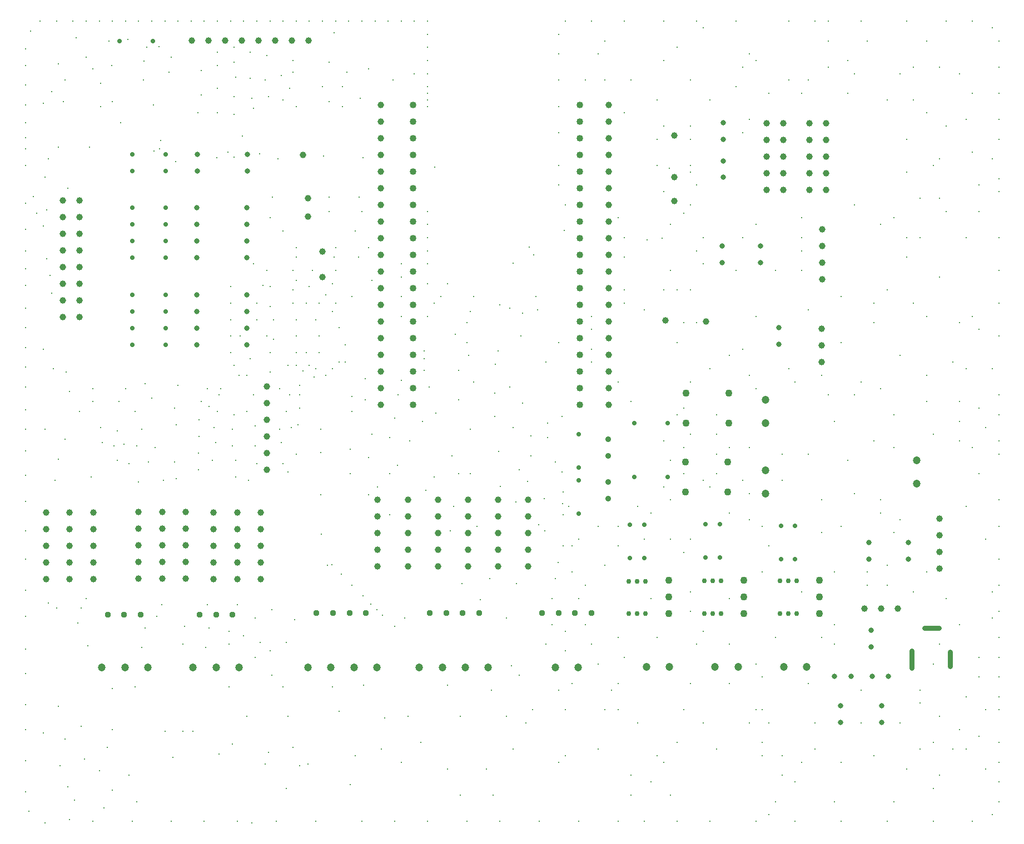
<source format=gbr>
%TF.GenerationSoftware,KiCad,Pcbnew,9.0.4*%
%TF.CreationDate,2025-08-27T10:42:51+02:00*%
%TF.ProjectId,ICU_festiwal,4943555f-6665-4737-9469-77616c2e6b69,V1.0*%
%TF.SameCoordinates,Original*%
%TF.FileFunction,Plated,1,2,PTH,Mixed*%
%TF.FilePolarity,Positive*%
%FSLAX46Y46*%
G04 Gerber Fmt 4.6, Leading zero omitted, Abs format (unit mm)*
G04 Created by KiCad (PCBNEW 9.0.4) date 2025-08-27 10:42:51*
%MOMM*%
%LPD*%
G01*
G04 APERTURE LIST*
%TA.AperFunction,ViaDrill*%
%ADD10C,0.300000*%
%TD*%
%TA.AperFunction,ComponentDrill*%
%ADD11C,0.700000*%
%TD*%
%TA.AperFunction,ComponentDrill*%
%ADD12C,0.750000*%
%TD*%
%TA.AperFunction,ComponentDrill*%
%ADD13C,0.800000*%
%TD*%
G04 aperture for slot hole*
%TA.AperFunction,ComponentDrill*%
%ADD14C,0.800000*%
%TD*%
%TA.AperFunction,ComponentDrill*%
%ADD15C,0.900000*%
%TD*%
%TA.AperFunction,ComponentDrill*%
%ADD16C,0.950000*%
%TD*%
%TA.AperFunction,ComponentDrill*%
%ADD17C,1.000000*%
%TD*%
%TA.AperFunction,ComponentDrill*%
%ADD18C,1.020000*%
%TD*%
%TA.AperFunction,ComponentDrill*%
%ADD19C,1.100000*%
%TD*%
%TA.AperFunction,ComponentDrill*%
%ADD20C,1.200000*%
%TD*%
G04 APERTURE END LIST*
D10*
X45250000Y-41750000D03*
X45250000Y-44250000D03*
X45250000Y-47250000D03*
X45250000Y-50250000D03*
X45250000Y-53000000D03*
X45250000Y-55250000D03*
X45250000Y-57000000D03*
X45250000Y-59500000D03*
X45250000Y-65250000D03*
X45250000Y-69250000D03*
X45250000Y-72500000D03*
X45250000Y-75250000D03*
X45250000Y-77750000D03*
X45250000Y-81250000D03*
X45250000Y-84250000D03*
X45250000Y-87250000D03*
X45250000Y-90250000D03*
X45250000Y-93250000D03*
X45250000Y-96750000D03*
X45250000Y-99750000D03*
X45250000Y-103000000D03*
X45250000Y-106750000D03*
X45250000Y-110750000D03*
X45250000Y-115250000D03*
X45250000Y-119500000D03*
X45250000Y-124250000D03*
X45250000Y-128250000D03*
X45250000Y-133250000D03*
X45250000Y-137000000D03*
X45250000Y-141750000D03*
X45250000Y-145500000D03*
X45250000Y-150250000D03*
X45250000Y-155000000D03*
X45750000Y-158000000D03*
X46000000Y-39000000D03*
X46500000Y-64250000D03*
X47000000Y-66750000D03*
X47500000Y-37500000D03*
X48000000Y-50000000D03*
X48000000Y-68750000D03*
X48000000Y-87500000D03*
X48000000Y-146000000D03*
X48250000Y-61250000D03*
X48250000Y-99750000D03*
X48250000Y-159750000D03*
X48500000Y-66250000D03*
X48500000Y-73750000D03*
X48750000Y-58500000D03*
X48750000Y-126250000D03*
X49000000Y-76250000D03*
X49250000Y-48250000D03*
X49250000Y-79000000D03*
X49500000Y-90500000D03*
X49750000Y-107500000D03*
X50000000Y-37500000D03*
X50000000Y-127000000D03*
X50250000Y-44000000D03*
X50250000Y-56750000D03*
X50250000Y-104250000D03*
X50250000Y-142000000D03*
X50500000Y-151000000D03*
X51000000Y-49750000D03*
X51250000Y-46500000D03*
X51250000Y-101250000D03*
X51250000Y-147000000D03*
X51500000Y-91000000D03*
X51750000Y-63000000D03*
X51750000Y-154250000D03*
X52000000Y-94000000D03*
X52000000Y-159250000D03*
X52500000Y-37500000D03*
X52750000Y-156250000D03*
X53000000Y-40000000D03*
X53250000Y-129250000D03*
X53500000Y-97000000D03*
X53750000Y-127000000D03*
X53750000Y-145000000D03*
X54250000Y-150000000D03*
X54500000Y-37500000D03*
X54500000Y-43000000D03*
X54500000Y-125500000D03*
X54750000Y-132750000D03*
X55000000Y-56750000D03*
X55250000Y-107000000D03*
X55500000Y-44750000D03*
X55500000Y-93500000D03*
X55500000Y-95500000D03*
X55500000Y-159500000D03*
X56500000Y-37500000D03*
X56500000Y-151750000D03*
X56750000Y-47000000D03*
X56750000Y-50500000D03*
X56750000Y-99500000D03*
X57000000Y-101750000D03*
X57250000Y-157500000D03*
X57750000Y-148250000D03*
X58000000Y-40500000D03*
X58400000Y-44250000D03*
X58500000Y-37500000D03*
X58500000Y-49750000D03*
X58500000Y-139250000D03*
X58500000Y-145500000D03*
X58500000Y-154750000D03*
X58750000Y-102250000D03*
X59250000Y-100000000D03*
X59250000Y-104500000D03*
X59500000Y-95500000D03*
X59750000Y-53000000D03*
X60250000Y-102000000D03*
X60500000Y-37500000D03*
X60500000Y-93500000D03*
X60887818Y-40272182D03*
X61000000Y-105000000D03*
X61000000Y-152500000D03*
X61500000Y-159500000D03*
X62000000Y-97000000D03*
X62000000Y-139000000D03*
X62250000Y-102250000D03*
X62250000Y-156500000D03*
X62500000Y-37500000D03*
X62500000Y-107750000D03*
X63000000Y-99750000D03*
X63000000Y-133000000D03*
X63254185Y-46464055D03*
X63309937Y-43598162D03*
X63500000Y-92750000D03*
X63500000Y-130000000D03*
X63750000Y-41500000D03*
X64000000Y-104750000D03*
X64500000Y-37500000D03*
X64500000Y-95000000D03*
X64750000Y-50250000D03*
X64839101Y-57264523D03*
X65000000Y-102500000D03*
X65250000Y-128250000D03*
X65614575Y-41425000D03*
X65674440Y-56929540D03*
X65825000Y-55725000D03*
X66000000Y-126500000D03*
X66250000Y-107500000D03*
X66500000Y-37500000D03*
X66500000Y-145750000D03*
X67100000Y-45300000D03*
X67500000Y-43000000D03*
X67500000Y-159500000D03*
X67750000Y-149750000D03*
X68000000Y-96500000D03*
X68000000Y-104750000D03*
X68100000Y-58951000D03*
X68250000Y-99000000D03*
X68250000Y-107250000D03*
X68500000Y-37500000D03*
X68500000Y-93000000D03*
X69250000Y-132500000D03*
X69250000Y-145750000D03*
X69500000Y-129750000D03*
X70500000Y-37500000D03*
X70750000Y-145750000D03*
X71500000Y-51500000D03*
X71586088Y-105875998D03*
X71645666Y-103339225D03*
X71708380Y-100814994D03*
X71711516Y-98253642D03*
X72000000Y-45000000D03*
X72000000Y-48750000D03*
X72000000Y-95500000D03*
X72500000Y-37500000D03*
X72500000Y-159500000D03*
X72750000Y-133000000D03*
X73000000Y-93500000D03*
X73000000Y-126500000D03*
X73250000Y-96250000D03*
X73250000Y-130000000D03*
X73750000Y-104500000D03*
X74000000Y-99500000D03*
X74250000Y-101750000D03*
X74424674Y-58327434D03*
X74500000Y-37500000D03*
X74500000Y-42250000D03*
X74500000Y-44250000D03*
X74500000Y-47750000D03*
X74500000Y-51500000D03*
X74500000Y-97000000D03*
X74750000Y-94500000D03*
X74750000Y-149250000D03*
X75000000Y-93500000D03*
X76128893Y-57441270D03*
X76250000Y-130500000D03*
X76250000Y-132500000D03*
X76250000Y-139000000D03*
X76500000Y-37500000D03*
X76500000Y-78000000D03*
X76500000Y-80500000D03*
X76500000Y-83000000D03*
X76500000Y-85500000D03*
X76500000Y-88000000D03*
X76750000Y-99750000D03*
X76750000Y-102250000D03*
X76750000Y-147750000D03*
X77000000Y-41500000D03*
X77000000Y-43750000D03*
X77000000Y-49000000D03*
X77000000Y-51725000D03*
X77000000Y-58250000D03*
X77000000Y-90000000D03*
X77000000Y-97500000D03*
X77250000Y-46000000D03*
X77250000Y-104500000D03*
X77250000Y-107000000D03*
X77500000Y-126500000D03*
X77500000Y-159500000D03*
X77750000Y-91500000D03*
X78000000Y-85500000D03*
X78275000Y-55000000D03*
X78500000Y-37500000D03*
X78500000Y-131250000D03*
X79000000Y-91500000D03*
X79000000Y-97000000D03*
X79000000Y-143500000D03*
X79250000Y-107500000D03*
X79500000Y-42250000D03*
X79500000Y-46250000D03*
X79500000Y-89000000D03*
X79750000Y-49250000D03*
X79750000Y-159750000D03*
X80000000Y-50750000D03*
X80000000Y-74500000D03*
X80000000Y-94500000D03*
X80250000Y-99250000D03*
X80250000Y-102250000D03*
X80250000Y-128500000D03*
X80250000Y-134500000D03*
X80500000Y-37500000D03*
X80500000Y-80500000D03*
X80500000Y-83000000D03*
X80500000Y-105000000D03*
X80900000Y-57700000D03*
X81000000Y-132250000D03*
X81450000Y-77750000D03*
X81750000Y-46500000D03*
X81750000Y-150750000D03*
X82000000Y-42750000D03*
X82000000Y-75500000D03*
X82000000Y-85500000D03*
X82250000Y-49000000D03*
X82250000Y-149000000D03*
X82500000Y-37500000D03*
X82500000Y-67500000D03*
X82500000Y-78000000D03*
X82500000Y-81000000D03*
X82500000Y-88000000D03*
X82500000Y-91000000D03*
X82500000Y-133500000D03*
X82750000Y-127250000D03*
X82750000Y-137250000D03*
X82900000Y-64300000D03*
X83000000Y-83000000D03*
X83000000Y-86000000D03*
X83500000Y-159500000D03*
X83700000Y-58500000D03*
X84000000Y-93500000D03*
X84000000Y-99750000D03*
X84250000Y-45750000D03*
X84250000Y-101750000D03*
X84500000Y-37500000D03*
X84500000Y-49500000D03*
X84500000Y-69500000D03*
X84500000Y-105000000D03*
X84500000Y-139000000D03*
X85000000Y-97000000D03*
X85000000Y-132250000D03*
X85000000Y-154500000D03*
X85249998Y-90000000D03*
X85250000Y-106250000D03*
X85250000Y-143500000D03*
X85500000Y-47750000D03*
X85500000Y-94500000D03*
X85750000Y-99500000D03*
X86000000Y-43500000D03*
X86000000Y-45250000D03*
X86000000Y-75500000D03*
X86000000Y-78500000D03*
X86000000Y-80500000D03*
X86000000Y-148250000D03*
X86250000Y-128750000D03*
X86500000Y-37500000D03*
X86500000Y-50500000D03*
X86500000Y-72000000D03*
X86500000Y-73500000D03*
X86500000Y-77000000D03*
X86500000Y-83000000D03*
X86500000Y-85500000D03*
X86500000Y-88000000D03*
X86500000Y-90000000D03*
X86500000Y-103500000D03*
X86750000Y-99000000D03*
X87000000Y-93000000D03*
X87000000Y-94500000D03*
X87000000Y-96500000D03*
X87000000Y-151000000D03*
X87500000Y-90855001D03*
X88000000Y-80500000D03*
X88000000Y-88000000D03*
X88250000Y-150750000D03*
X88500000Y-37500000D03*
X88500000Y-78000000D03*
X88500000Y-90000000D03*
X89000000Y-75500000D03*
X89250000Y-91750000D03*
X89500000Y-83000000D03*
X89500000Y-90500000D03*
X89500000Y-159500000D03*
X90000000Y-80500000D03*
X90000000Y-85500000D03*
X90000000Y-88000000D03*
X90250000Y-99750000D03*
X90250000Y-103250000D03*
X90250000Y-109750000D03*
X90313226Y-115701402D03*
X90500000Y-37500000D03*
X90500000Y-47500000D03*
X90700000Y-58100000D03*
X91000000Y-79250000D03*
X91000000Y-91500000D03*
X91250000Y-120500000D03*
X91500000Y-43750000D03*
X91500000Y-49750000D03*
X91500000Y-64300000D03*
X91500000Y-66500000D03*
X91894669Y-120355331D03*
X92000000Y-77500000D03*
X92000000Y-81737500D03*
X92000000Y-90500000D03*
X92000000Y-139000000D03*
X92250000Y-39250000D03*
X92300000Y-73500000D03*
X92500000Y-37500000D03*
X92500000Y-72000000D03*
X92500000Y-75500000D03*
X92500000Y-80500000D03*
X93000000Y-84250000D03*
X93000000Y-89500000D03*
X93000000Y-142750000D03*
X93394669Y-121855331D03*
X93500000Y-47500000D03*
X93500000Y-50500000D03*
X94000000Y-86817500D03*
X94000000Y-89500000D03*
X94250000Y-45250000D03*
X94500000Y-37500000D03*
X94748965Y-153921591D03*
X94750000Y-102750000D03*
X94750000Y-106500000D03*
X95000000Y-79500000D03*
X95000000Y-94750000D03*
X95000000Y-97000000D03*
X95019669Y-123480331D03*
X95500000Y-69500000D03*
X95500000Y-149500000D03*
X96000000Y-73500000D03*
X96100000Y-64300000D03*
X96250000Y-49250000D03*
X96500000Y-37500000D03*
X96500000Y-66500000D03*
X96500000Y-159500000D03*
X96644669Y-125105331D03*
X96700000Y-58300000D03*
X96750000Y-138750000D03*
X97000000Y-92000000D03*
X97000000Y-95250000D03*
X97500000Y-44750000D03*
X97500000Y-72000000D03*
X97500000Y-104000000D03*
X97500000Y-109750000D03*
X97894669Y-126355331D03*
X98000000Y-77000000D03*
X98000000Y-100500000D03*
X98500000Y-37500000D03*
X98769669Y-127230331D03*
X98900000Y-108500000D03*
X99500000Y-148500000D03*
X99644669Y-128105331D03*
X100000000Y-143750000D03*
X100500000Y-37500000D03*
X100700000Y-106500000D03*
X100750000Y-101000000D03*
X100750000Y-112750000D03*
X101250000Y-46500000D03*
X101500000Y-98000000D03*
X101500000Y-129750000D03*
X101500000Y-159500000D03*
X101955619Y-105250000D03*
X102000000Y-94500000D03*
X102500000Y-37500000D03*
X102500000Y-74500000D03*
X102500000Y-76500000D03*
X102500000Y-79500000D03*
X102500000Y-82500000D03*
X102500000Y-92250000D03*
X102500000Y-150500000D03*
X103000000Y-128500000D03*
X103500000Y-143500000D03*
X103750000Y-101500000D03*
X104500000Y-37500000D03*
X104500000Y-45500000D03*
X105500000Y-147500000D03*
X105750000Y-98500000D03*
X106000000Y-87750000D03*
X106000000Y-89000000D03*
X106000000Y-90750000D03*
X106250000Y-109000000D03*
X106500000Y-37500000D03*
X106500000Y-39500000D03*
X106500000Y-41500000D03*
X106500000Y-43500000D03*
X106500000Y-45500000D03*
X106500000Y-47500000D03*
X106500000Y-48500000D03*
X106500000Y-49500000D03*
X106500000Y-50500000D03*
X106500000Y-66500000D03*
X106500000Y-68500000D03*
X106500000Y-70500000D03*
X106500000Y-72500000D03*
X106500000Y-74500000D03*
X106500000Y-77500000D03*
X106500000Y-82500000D03*
X106500000Y-159500000D03*
X106750000Y-93250000D03*
X107500000Y-80500000D03*
X107500000Y-107000000D03*
X107599054Y-59783123D03*
X107750000Y-97250000D03*
X108500000Y-79500000D03*
X109500000Y-77500000D03*
X109500000Y-138750000D03*
X109500000Y-151500000D03*
X110000000Y-115250000D03*
X110250000Y-103750000D03*
X110500000Y-111500000D03*
X110750000Y-85250000D03*
X111250000Y-90750000D03*
X111250000Y-95250000D03*
X111250000Y-106500000D03*
X111500000Y-143500000D03*
X111500000Y-155500000D03*
X111750000Y-123250000D03*
X112500000Y-83500000D03*
X112500000Y-86500000D03*
X112500000Y-159500000D03*
X112750000Y-88500000D03*
X113000000Y-81750000D03*
X113000000Y-99750000D03*
X113000000Y-106500000D03*
X113500000Y-79500000D03*
X113500000Y-92500000D03*
X114000000Y-114500000D03*
X114500000Y-125750000D03*
X115500000Y-151500000D03*
X116000000Y-122500000D03*
X116250000Y-139500000D03*
X116500000Y-155500000D03*
X116750000Y-94250000D03*
X116750000Y-97750000D03*
X116789000Y-89789000D03*
X117250000Y-87750000D03*
X117300000Y-103100000D03*
X117500000Y-80750000D03*
X117500000Y-159500000D03*
X117569669Y-108430331D03*
X118500000Y-128500000D03*
X118500000Y-143500000D03*
X119000000Y-81250000D03*
X119000000Y-93250000D03*
X119250000Y-135750000D03*
X119500000Y-74400000D03*
X119500000Y-99500000D03*
X119500000Y-148500000D03*
X119944669Y-110805331D03*
X120000000Y-123250000D03*
X120500000Y-105900000D03*
X120500000Y-137250000D03*
X120750000Y-85500000D03*
X121000000Y-82000000D03*
X121000000Y-95750000D03*
X121500000Y-144500000D03*
X121700000Y-107700000D03*
X122000000Y-71920000D03*
X122230331Y-103769669D03*
X122250000Y-100750000D03*
X122500000Y-142500000D03*
X122660000Y-73160000D03*
X122978306Y-79455000D03*
X123250000Y-81500000D03*
X123444669Y-114305331D03*
X123500000Y-159500000D03*
X124300000Y-110300000D03*
X124364203Y-115224864D03*
X124500000Y-89500000D03*
X124500000Y-132500000D03*
X124750000Y-98750000D03*
X124750000Y-101000000D03*
X125500000Y-125500000D03*
X125500000Y-129500000D03*
X126000000Y-104750000D03*
X126000000Y-122500000D03*
X126430000Y-120000000D03*
X126500000Y-39500000D03*
X126500000Y-42500000D03*
X126500000Y-46500000D03*
X126500000Y-50500000D03*
X126500000Y-54500000D03*
X126500000Y-59500000D03*
X126500000Y-62500000D03*
X126500000Y-86500000D03*
X126500000Y-139500000D03*
X126500000Y-150500000D03*
X127000000Y-97750000D03*
X127000000Y-106250000D03*
X127094193Y-111081650D03*
X127180000Y-109250000D03*
X127180000Y-112750000D03*
X127180000Y-117500000D03*
X127300000Y-69400000D03*
X127500000Y-37500000D03*
X127500000Y-65500000D03*
X127500000Y-130500000D03*
X127500000Y-133500000D03*
X127500000Y-142500000D03*
X127500000Y-149500000D03*
X128000000Y-111500000D03*
X128500000Y-117500000D03*
X128500000Y-121500000D03*
X128500000Y-138500000D03*
X129500000Y-116500000D03*
X129500000Y-125500000D03*
X129500000Y-159500000D03*
X130500000Y-46500000D03*
X130500000Y-123500000D03*
X130500000Y-129500000D03*
X131500000Y-37500000D03*
X131500000Y-82500000D03*
X131500000Y-84500000D03*
X131500000Y-87500000D03*
X131500000Y-89500000D03*
X131500000Y-132500000D03*
X132500000Y-42500000D03*
X132500000Y-114500000D03*
X132500000Y-135500000D03*
X132500000Y-148500000D03*
X133500000Y-40500000D03*
X133500000Y-46500000D03*
X133500000Y-120500000D03*
X133500000Y-142500000D03*
X134500000Y-139500000D03*
X135500000Y-67500000D03*
X135500000Y-92500000D03*
X135500000Y-114500000D03*
X135500000Y-117500000D03*
X135500000Y-131500000D03*
X135500000Y-138500000D03*
X135500000Y-142500000D03*
X135500000Y-159500000D03*
X136500000Y-37500000D03*
X136500000Y-51500000D03*
X136500000Y-70500000D03*
X136500000Y-73500000D03*
X136500000Y-78500000D03*
X136500000Y-80500000D03*
X136500000Y-134500000D03*
X137500000Y-46500000D03*
X137500000Y-95500000D03*
X137500000Y-152500000D03*
X137500000Y-155500000D03*
X138500000Y-111500000D03*
X138500000Y-144500000D03*
X139500000Y-81500000D03*
X139500000Y-116500000D03*
X139500000Y-159500000D03*
X139950000Y-70850000D03*
X140500000Y-112500000D03*
X140500000Y-125500000D03*
X140500000Y-153500000D03*
X141500000Y-49500000D03*
X141500000Y-55500000D03*
X141500000Y-59500000D03*
X141500000Y-131500000D03*
X141500000Y-149500000D03*
X142200000Y-70600000D03*
X142500000Y-37500000D03*
X142500000Y-43500000D03*
X142500000Y-53500000D03*
X142500000Y-63500000D03*
X142500000Y-63500000D03*
X142500000Y-78500000D03*
X142500000Y-101500000D03*
X142500000Y-108500000D03*
X142500000Y-150500000D03*
X143300000Y-59900000D03*
X143500000Y-68500000D03*
X143500000Y-75500000D03*
X143500000Y-104500000D03*
X143500000Y-110500000D03*
X143500000Y-116500000D03*
X143500000Y-155500000D03*
X144500000Y-41500000D03*
X144500000Y-78500000D03*
X144500000Y-86500000D03*
X144500000Y-97500000D03*
X144500000Y-147500000D03*
X144500000Y-159500000D03*
X145500000Y-66755000D03*
X145500000Y-83500000D03*
X145500000Y-96500000D03*
X145500000Y-102500000D03*
X145500000Y-106500000D03*
X145500000Y-118500000D03*
X145500000Y-142500000D03*
X146500000Y-46500000D03*
X146500000Y-53500000D03*
X146500000Y-55500000D03*
X146500000Y-59500000D03*
X146500000Y-60500000D03*
X146500000Y-65500000D03*
X146500000Y-78500000D03*
X146500000Y-92500000D03*
X146500000Y-100500000D03*
X146500000Y-116500000D03*
X146500000Y-124500000D03*
X146500000Y-127500000D03*
X146500000Y-138500000D03*
X147500000Y-37500000D03*
X147500000Y-62500000D03*
X147500000Y-72500000D03*
X147500000Y-83500000D03*
X147500000Y-132500000D03*
X148500000Y-38500000D03*
X148500000Y-70500000D03*
X148500000Y-74500000D03*
X148500000Y-107500000D03*
X148500000Y-130500000D03*
X148500000Y-144500000D03*
X149500000Y-49500000D03*
X149500000Y-90500000D03*
X149500000Y-108500000D03*
X149500000Y-159500000D03*
X150500000Y-97500000D03*
X150500000Y-100500000D03*
X150500000Y-103500000D03*
X150500000Y-106500000D03*
X150500000Y-148500000D03*
X152500000Y-88500000D03*
X152500000Y-102500000D03*
X152500000Y-112500000D03*
X152500000Y-125500000D03*
X152500000Y-132500000D03*
X152500000Y-138500000D03*
X153500000Y-37500000D03*
X153500000Y-47500000D03*
X153500000Y-75500000D03*
X154500000Y-44500000D03*
X154500000Y-54500000D03*
X154500000Y-70500000D03*
X154500000Y-87500000D03*
X154500000Y-107500000D03*
X155500000Y-42500000D03*
X155500000Y-52500000D03*
X155500000Y-91500000D03*
X155500000Y-102500000D03*
X155500000Y-109500000D03*
X155500000Y-113500000D03*
X155500000Y-144500000D03*
X156500000Y-43500000D03*
X156500000Y-68500000D03*
X156500000Y-82500000D03*
X156500000Y-93500000D03*
X156500000Y-135500000D03*
X156500000Y-142500000D03*
X156500000Y-159500000D03*
X157500000Y-114500000D03*
X157500000Y-121500000D03*
X157500000Y-137500000D03*
X157500000Y-142500000D03*
X157500000Y-147500000D03*
X157500000Y-149500000D03*
X158500000Y-48500000D03*
X158500000Y-117500000D03*
X158500000Y-144500000D03*
X158500000Y-158500000D03*
X159500000Y-75500000D03*
X159500000Y-131500000D03*
X159500000Y-156500000D03*
X160500000Y-103500000D03*
X160500000Y-107500000D03*
X160500000Y-149500000D03*
X160500000Y-152500000D03*
X161500000Y-37500000D03*
X161500000Y-46500000D03*
X161500000Y-90500000D03*
X162500000Y-92500000D03*
X162500000Y-153500000D03*
X162500000Y-159500000D03*
X163500000Y-48500000D03*
X163500000Y-67500000D03*
X163500000Y-70500000D03*
X163500000Y-72500000D03*
X163500000Y-75500000D03*
X163500000Y-124500000D03*
X163500000Y-150500000D03*
X164500000Y-46500000D03*
X164500000Y-81500000D03*
X164500000Y-103500000D03*
X164500000Y-138500000D03*
X165500000Y-37500000D03*
X165500000Y-144500000D03*
X165500000Y-148500000D03*
X166500000Y-91500000D03*
X166500000Y-110500000D03*
X166500000Y-115500000D03*
X166500000Y-131500000D03*
X167500000Y-37500000D03*
X167500000Y-40500000D03*
X167500000Y-44500000D03*
X167500000Y-94500000D03*
X168500000Y-98500000D03*
X168500000Y-121500000D03*
X168500000Y-129500000D03*
X168500000Y-132500000D03*
X168500000Y-156500000D03*
X169500000Y-79500000D03*
X169500000Y-86500000D03*
X169500000Y-114500000D03*
X169500000Y-150500000D03*
X169500000Y-159500000D03*
X170500000Y-43500000D03*
X170500000Y-48500000D03*
X170500000Y-104500000D03*
X171500000Y-45500000D03*
X171500000Y-65500000D03*
X171500000Y-94500000D03*
X171500000Y-109500000D03*
X172500000Y-37500000D03*
X172500000Y-92500000D03*
X172500000Y-139500000D03*
X172500000Y-144500000D03*
X173500000Y-40500000D03*
X173500000Y-121500000D03*
X173500000Y-123500000D03*
X174500000Y-80500000D03*
X174500000Y-83500000D03*
X174500000Y-101500000D03*
X174500000Y-149500000D03*
X175500000Y-68500000D03*
X175500000Y-93500000D03*
X175500000Y-110500000D03*
X175500000Y-112500000D03*
X176500000Y-49500000D03*
X176500000Y-78500000D03*
X176500000Y-120500000D03*
X176500000Y-123500000D03*
X176500000Y-159500000D03*
X177500000Y-67500000D03*
X177500000Y-97500000D03*
X177500000Y-102500000D03*
X177500000Y-115500000D03*
X177500000Y-156500000D03*
X178500000Y-45500000D03*
X178500000Y-88500000D03*
X178500000Y-113500000D03*
X178500000Y-144500000D03*
X179500000Y-37500000D03*
X179500000Y-55500000D03*
X179500000Y-60500000D03*
X179500000Y-70500000D03*
X179500000Y-73500000D03*
X179500000Y-151500000D03*
X180500000Y-44500000D03*
X180500000Y-49500000D03*
X180500000Y-80500000D03*
X180500000Y-124500000D03*
X181500000Y-64500000D03*
X181500000Y-70500000D03*
X181500000Y-139500000D03*
X181500000Y-141500000D03*
X181500000Y-148500000D03*
X182500000Y-40500000D03*
X182500000Y-51500000D03*
X182500000Y-82500000D03*
X182500000Y-91500000D03*
X182500000Y-95500000D03*
X182500000Y-121500000D03*
X183500000Y-59500000D03*
X183500000Y-100500000D03*
X183500000Y-135500000D03*
X183500000Y-147500000D03*
X183500000Y-154500000D03*
X183500000Y-159500000D03*
X184500000Y-44500000D03*
X184500000Y-58500000D03*
X184500000Y-64500000D03*
X184500000Y-76500000D03*
X184500000Y-132500000D03*
X184500000Y-143500000D03*
X184500000Y-152500000D03*
X185500000Y-37500000D03*
X185500000Y-53500000D03*
X185500000Y-66500000D03*
X185500000Y-125500000D03*
X186500000Y-89500000D03*
X186500000Y-148500000D03*
X187500000Y-45500000D03*
X187500000Y-83500000D03*
X187500000Y-95500000D03*
X187500000Y-98500000D03*
X187500000Y-101500000D03*
X187500000Y-129500000D03*
X187500000Y-145500000D03*
X188500000Y-52500000D03*
X188500000Y-70500000D03*
X188500000Y-90500000D03*
X188500000Y-111500000D03*
X188500000Y-140500000D03*
X188500000Y-148500000D03*
X189500000Y-37500000D03*
X189500000Y-48500000D03*
X189500000Y-57500000D03*
X189500000Y-82500000D03*
X189500000Y-102500000D03*
X189500000Y-159500000D03*
X190500000Y-62500000D03*
X190500000Y-66500000D03*
X190500000Y-84500000D03*
X190500000Y-96500000D03*
X190500000Y-106500000D03*
X190500000Y-134500000D03*
X190500000Y-137500000D03*
X190500000Y-146500000D03*
X191500000Y-99500000D03*
X191500000Y-116500000D03*
X191500000Y-142500000D03*
X191500000Y-151500000D03*
X192500000Y-38500000D03*
X192500000Y-58500000D03*
X192500000Y-90500000D03*
X192500000Y-124500000D03*
X192500000Y-128500000D03*
X192500000Y-158500000D03*
X193500000Y-40500000D03*
X193500000Y-44500000D03*
X193500000Y-48500000D03*
X193500000Y-52500000D03*
X193500000Y-55500000D03*
X193500000Y-61500000D03*
X193500000Y-63500000D03*
X193500000Y-70500000D03*
X193500000Y-75500000D03*
X193500000Y-80500000D03*
X193500000Y-85500000D03*
X193500000Y-94500000D03*
X193500000Y-97500000D03*
X193500000Y-101500000D03*
X193500000Y-103500000D03*
X193500000Y-110500000D03*
X193500000Y-114500000D03*
X193500000Y-119500000D03*
X193500000Y-123500000D03*
X193500000Y-127500000D03*
X193500000Y-131500000D03*
X193500000Y-134500000D03*
X193500000Y-137500000D03*
X193500000Y-140500000D03*
X193500000Y-142500000D03*
X193500000Y-147500000D03*
X193500000Y-150500000D03*
X193500000Y-153500000D03*
X193500000Y-156500000D03*
D11*
%TO.C,R21*%
X59560000Y-40500000D03*
%TO.C,R1*%
X61560000Y-57800000D03*
%TO.C,R2*%
X61560000Y-60340000D03*
%TO.C,R3*%
X61560000Y-65960000D03*
%TO.C,R4*%
X61560000Y-68500000D03*
%TO.C,R5*%
X61560000Y-71040000D03*
%TO.C,R6*%
X61560000Y-73580000D03*
%TO.C,R7*%
X61560000Y-79197500D03*
%TO.C,R8*%
X61560000Y-81737500D03*
%TO.C,R9*%
X61560000Y-84277500D03*
%TO.C,R10*%
X61560000Y-86817500D03*
%TO.C,R21*%
X64640000Y-40500000D03*
%TO.C,R1*%
X66640000Y-57800000D03*
%TO.C,R2*%
X66640000Y-60340000D03*
%TO.C,R3*%
X66640000Y-65960000D03*
%TO.C,R4*%
X66640000Y-68500000D03*
%TO.C,R5*%
X66640000Y-71040000D03*
%TO.C,R6*%
X66640000Y-73580000D03*
%TO.C,R7*%
X66640000Y-79197500D03*
%TO.C,R8*%
X66640000Y-81737500D03*
%TO.C,R9*%
X66640000Y-84277500D03*
%TO.C,R10*%
X66640000Y-86817500D03*
%TO.C,R11*%
X129540000Y-100460000D03*
X129540000Y-105540000D03*
%TO.C,R12*%
X129540000Y-107500000D03*
X129540000Y-112580000D03*
%TO.C,R18*%
X137300000Y-114260000D03*
X137300000Y-119340000D03*
%TO.C,R20*%
X137960000Y-98764728D03*
%TO.C,R19*%
X137960000Y-107000000D03*
%TO.C,R15*%
X139500000Y-114260000D03*
X139500000Y-119340000D03*
%TO.C,R20*%
X143040000Y-98764728D03*
%TO.C,R19*%
X143040000Y-107000000D03*
%TO.C,R17*%
X148800000Y-114200000D03*
X148800000Y-119280000D03*
%TO.C,R14*%
X151000000Y-114200000D03*
X151000000Y-119280000D03*
%TO.C,R16*%
X160300000Y-114460000D03*
X160300000Y-119540000D03*
%TO.C,R13*%
X162500000Y-114460000D03*
X162500000Y-119540000D03*
D12*
%TO.C,Q6*%
X137160000Y-122950000D03*
%TO.C,Q5*%
X137160000Y-127800000D03*
%TO.C,Q6*%
X138430000Y-122950000D03*
%TO.C,Q5*%
X138430000Y-127800000D03*
%TO.C,Q6*%
X139700000Y-122950000D03*
%TO.C,Q5*%
X139700000Y-127800000D03*
%TO.C,Q4*%
X148648000Y-122840000D03*
%TO.C,Q3*%
X148648000Y-127800000D03*
%TO.C,Q4*%
X149918000Y-122840000D03*
%TO.C,Q3*%
X149918000Y-127800000D03*
%TO.C,Q4*%
X151188000Y-122840000D03*
%TO.C,Q3*%
X151188000Y-127800000D03*
%TO.C,Q2*%
X160136000Y-122870000D03*
%TO.C,Q1*%
X160136000Y-127800000D03*
%TO.C,Q2*%
X161406000Y-122870000D03*
%TO.C,Q1*%
X161406000Y-127800000D03*
%TO.C,Q2*%
X162676000Y-122870000D03*
%TO.C,Q1*%
X162676000Y-127800000D03*
D13*
%TO.C,SW2*%
X71380000Y-65960000D03*
X71380000Y-68500000D03*
X71380000Y-71040000D03*
X71380000Y-73580000D03*
%TO.C,SW3*%
X71380000Y-79197500D03*
X71380000Y-81737500D03*
X71380000Y-84277500D03*
X71380000Y-86817500D03*
%TO.C,SW1*%
X71400000Y-57800000D03*
X71400000Y-60340000D03*
%TO.C,SW2*%
X79000000Y-65960000D03*
X79000000Y-68500000D03*
X79000000Y-71040000D03*
X79000000Y-73580000D03*
%TO.C,SW3*%
X79000000Y-79197500D03*
X79000000Y-81737500D03*
X79000000Y-84277500D03*
X79000000Y-86817500D03*
%TO.C,SW1*%
X79020000Y-57800000D03*
X79020000Y-60340000D03*
%TO.C,C12*%
X151400000Y-71800000D03*
X151400000Y-74300000D03*
%TO.C,C2*%
X151500000Y-53010112D03*
X151500000Y-55510112D03*
%TO.C,C1*%
X151500000Y-58800000D03*
X151500000Y-61300000D03*
%TO.C,C11*%
X157200000Y-71800000D03*
X157200000Y-74300000D03*
%TO.C,C10*%
X159994135Y-84249888D03*
X159994135Y-86749888D03*
%TO.C,C5*%
X168510113Y-137400000D03*
%TO.C,C7*%
X169400000Y-141900000D03*
X169400000Y-144400000D03*
%TO.C,C5*%
X171010113Y-137400000D03*
%TO.C,C9*%
X173700000Y-117000000D03*
X173700000Y-119500000D03*
%TO.C,C3*%
X174100000Y-130400000D03*
X174100000Y-132900000D03*
%TO.C,C4*%
X174189888Y-137400000D03*
%TO.C,C6*%
X175650000Y-141900000D03*
X175650000Y-144400000D03*
%TO.C,C4*%
X176689888Y-137400000D03*
%TO.C,C8*%
X179700000Y-117000000D03*
X179700000Y-119500000D03*
D14*
%TO.C,J6*%
X180250000Y-133500000D02*
X180250000Y-136100000D01*
X182150000Y-130000000D02*
X184350000Y-130000000D01*
X186050000Y-133700000D02*
X186050000Y-135900000D01*
D15*
%TO.C,D1*%
X134000000Y-101225000D03*
X134000000Y-103765000D03*
%TO.C,D2*%
X134000000Y-107735000D03*
X134000000Y-110275000D03*
D16*
%TO.C,J50*%
X57800000Y-127975000D03*
X60300000Y-127975000D03*
X62800000Y-127975000D03*
%TO.C,J48*%
X71800000Y-127975000D03*
X74300000Y-127975000D03*
X76800000Y-127975000D03*
%TO.C,J8*%
X89600000Y-127727500D03*
X92100000Y-127727500D03*
X94600000Y-127727500D03*
X97100000Y-127727500D03*
%TO.C,J16*%
X106850000Y-127727500D03*
X109350000Y-127727500D03*
X111850000Y-127727500D03*
X114350000Y-127727500D03*
%TO.C,J10*%
X123950000Y-127727500D03*
X126450000Y-127727500D03*
X128950000Y-127727500D03*
X131450000Y-127727500D03*
D17*
%TO.C,J12*%
X48400000Y-112380000D03*
X48400000Y-114920000D03*
X48400000Y-117460000D03*
X48400000Y-120000000D03*
X48400000Y-122540000D03*
%TO.C,J46*%
X50960000Y-64840000D03*
X50960000Y-67380000D03*
X50960000Y-69920000D03*
X50960000Y-72460000D03*
X50960000Y-75000000D03*
X50960000Y-77540000D03*
X50960000Y-80080000D03*
X50960000Y-82620000D03*
%TO.C,J14*%
X52000000Y-112380000D03*
X52000000Y-114920000D03*
X52000000Y-117460000D03*
X52000000Y-120000000D03*
X52000000Y-122540000D03*
%TO.C,J46*%
X53500000Y-64840000D03*
X53500000Y-67380000D03*
X53500000Y-69920000D03*
X53500000Y-72460000D03*
X53500000Y-75000000D03*
X53500000Y-77540000D03*
X53500000Y-80080000D03*
X53500000Y-82620000D03*
%TO.C,J18*%
X55600000Y-112380000D03*
X55600000Y-114920000D03*
X55600000Y-117460000D03*
X55600000Y-120000000D03*
X55600000Y-122540000D03*
%TO.C,J11*%
X62500000Y-112365000D03*
X62500000Y-114905000D03*
X62500000Y-117445000D03*
X62500000Y-119985000D03*
X62500000Y-122525000D03*
%TO.C,J13*%
X66100000Y-112365000D03*
X66100000Y-114905000D03*
X66100000Y-117445000D03*
X66100000Y-119985000D03*
X66100000Y-122525000D03*
%TO.C,J17*%
X69700000Y-112365000D03*
X69700000Y-114905000D03*
X69700000Y-117445000D03*
X69700000Y-119985000D03*
X69700000Y-122525000D03*
%TO.C,J53*%
X70625000Y-40475000D03*
X73165000Y-40475000D03*
%TO.C,J19*%
X73900000Y-112420000D03*
X73900000Y-114960000D03*
X73900000Y-117500000D03*
X73900000Y-120040000D03*
X73900000Y-122580000D03*
%TO.C,J53*%
X75705000Y-40475000D03*
%TO.C,J21*%
X77500000Y-112420000D03*
X77500000Y-114960000D03*
X77500000Y-117500000D03*
X77500000Y-120040000D03*
X77500000Y-122580000D03*
%TO.C,J53*%
X78245000Y-40475000D03*
X80785000Y-40475000D03*
%TO.C,J22*%
X81100000Y-112420000D03*
X81100000Y-114960000D03*
X81100000Y-117500000D03*
X81100000Y-120040000D03*
X81100000Y-122580000D03*
%TO.C,J43*%
X82025000Y-93175000D03*
X82025000Y-95715000D03*
X82025000Y-98255000D03*
X82025000Y-100795000D03*
X82025000Y-103335000D03*
X82025000Y-105875000D03*
%TO.C,J53*%
X83325000Y-40475000D03*
X85865000Y-40475000D03*
%TO.C,J39*%
X87500000Y-57900000D03*
%TO.C,J37*%
X88300000Y-64500000D03*
%TO.C,J38*%
X88300000Y-67300000D03*
%TO.C,J53*%
X88405000Y-40475000D03*
%TO.C,J36*%
X90500000Y-72600673D03*
%TO.C,J29*%
X90500000Y-76500000D03*
%TO.C,J23*%
X98900000Y-110480000D03*
X98900000Y-113020000D03*
X98900000Y-115560000D03*
X98900000Y-118100000D03*
X98900000Y-120640000D03*
%TO.C,J1*%
X99400000Y-50300000D03*
X99400000Y-52840000D03*
X99400000Y-55380000D03*
X99400000Y-57920000D03*
X99400000Y-60460000D03*
X99400000Y-63000000D03*
X99400000Y-65540000D03*
X99400000Y-68080000D03*
X99400000Y-70620000D03*
X99400000Y-73160000D03*
X99400000Y-75700000D03*
X99400000Y-78240000D03*
X99400000Y-80780000D03*
X99400000Y-83320000D03*
X99400000Y-85860000D03*
X99400000Y-88400000D03*
X99400000Y-90940000D03*
X99400000Y-93480000D03*
X99400000Y-96020000D03*
%TO.C,J25*%
X103490000Y-110480000D03*
X103490000Y-113020000D03*
X103490000Y-115560000D03*
X103490000Y-118100000D03*
X103490000Y-120640000D03*
%TO.C,J27*%
X108080000Y-110480000D03*
X108080000Y-113020000D03*
X108080000Y-115560000D03*
X108080000Y-118100000D03*
X108080000Y-120640000D03*
%TO.C,J24*%
X112670000Y-110480000D03*
X112670000Y-113020000D03*
X112670000Y-115560000D03*
X112670000Y-118100000D03*
X112670000Y-120640000D03*
%TO.C,J26*%
X117260000Y-110480000D03*
X117260000Y-113020000D03*
X117260000Y-115560000D03*
X117260000Y-118100000D03*
X117260000Y-120640000D03*
%TO.C,J28*%
X121850000Y-110480000D03*
X121850000Y-113020000D03*
X121850000Y-115560000D03*
X121850000Y-118100000D03*
X121850000Y-120640000D03*
%TO.C,J2*%
X134100000Y-50300000D03*
X134100000Y-52840000D03*
X134100000Y-55380000D03*
X134100000Y-57920000D03*
X134100000Y-60460000D03*
X134100000Y-63000000D03*
X134100000Y-65540000D03*
X134100000Y-68080000D03*
X134100000Y-70620000D03*
X134100000Y-73160000D03*
X134100000Y-75700000D03*
X134100000Y-78240000D03*
X134100000Y-80780000D03*
X134100000Y-83320000D03*
X134100000Y-85860000D03*
X134100000Y-88400000D03*
X134100000Y-90940000D03*
X134100000Y-93480000D03*
X134100000Y-96020000D03*
%TO.C,J32*%
X142700000Y-83100000D03*
%TO.C,J40*%
X144100000Y-54894806D03*
%TO.C,J31*%
X144100000Y-61300000D03*
%TO.C,J30*%
X144100000Y-64900000D03*
%TO.C,J35*%
X148900000Y-83300000D03*
%TO.C,J47*%
X158150000Y-53090000D03*
X158150000Y-55630000D03*
X158150000Y-58170000D03*
X158150000Y-60710000D03*
X158150000Y-63250000D03*
X160690000Y-53090000D03*
X160690000Y-55630000D03*
X160690000Y-58170000D03*
X160690000Y-60710000D03*
X160690000Y-63250000D03*
%TO.C,J45*%
X164700000Y-53090000D03*
X164700000Y-55630000D03*
X164700000Y-58170000D03*
X164700000Y-60710000D03*
X164700000Y-63250000D03*
%TO.C,J42*%
X166494135Y-84420000D03*
X166494135Y-86960000D03*
X166494135Y-89500000D03*
%TO.C,J44*%
X166590000Y-69220000D03*
X166590000Y-71760000D03*
X166590000Y-74300000D03*
X166590000Y-76840000D03*
%TO.C,J45*%
X167240000Y-53090000D03*
X167240000Y-55630000D03*
X167240000Y-58170000D03*
X167240000Y-60710000D03*
X167240000Y-63250000D03*
%TO.C,J52*%
X173020000Y-127100000D03*
X175560000Y-127100000D03*
X178100000Y-127100000D03*
%TO.C,J20*%
X184500000Y-113380000D03*
X184500000Y-115920000D03*
X184500000Y-118460000D03*
X184500000Y-121000000D03*
D18*
%TO.C,U1*%
X104297500Y-50300000D03*
X104297500Y-52840000D03*
X104297500Y-55380000D03*
X104297500Y-57920000D03*
X104297500Y-60460000D03*
X104297500Y-63000000D03*
X104297500Y-65540000D03*
X104297500Y-68080000D03*
X104297500Y-70620000D03*
X104297500Y-73160000D03*
X104297500Y-75700000D03*
X104297500Y-78240000D03*
X104297500Y-80780000D03*
X104297500Y-83320000D03*
X104297500Y-85860000D03*
X104297500Y-88400000D03*
X104297500Y-90940000D03*
X104297500Y-93480000D03*
X104297500Y-96020000D03*
X129697500Y-50300000D03*
X129697500Y-52840000D03*
X129697500Y-55380000D03*
X129697500Y-57920000D03*
X129697500Y-60460000D03*
X129697500Y-63000000D03*
X129697500Y-65540000D03*
X129697500Y-68080000D03*
X129697500Y-70620000D03*
X129697500Y-73160000D03*
X129697500Y-75700000D03*
X129697500Y-78240000D03*
X129697500Y-80780000D03*
X129697500Y-83320000D03*
X129697500Y-85860000D03*
X129697500Y-88400000D03*
X129697500Y-90940000D03*
X129697500Y-93480000D03*
X129697500Y-96020000D03*
D19*
%TO.C,Q9*%
X143200000Y-122720000D03*
X143200000Y-125260000D03*
X143200000Y-127800000D03*
%TO.C,SW4*%
X145750000Y-104750000D03*
X145750000Y-109250000D03*
%TO.C,SW5*%
X145850000Y-94250000D03*
X145850000Y-98750000D03*
%TO.C,SW4*%
X152250000Y-104750000D03*
X152250000Y-109250000D03*
%TO.C,SW5*%
X152350000Y-94250000D03*
X152350000Y-98750000D03*
%TO.C,Q8*%
X154700000Y-122720000D03*
X154700000Y-125260000D03*
X154700000Y-127800000D03*
%TO.C,Q7*%
X166200000Y-122740000D03*
X166200000Y-125280000D03*
X166200000Y-127820000D03*
D20*
%TO.C,J51*%
X56900000Y-136000000D03*
X60400000Y-136000000D03*
X63900000Y-136000000D03*
%TO.C,J49*%
X70800000Y-136000000D03*
X74300000Y-136000000D03*
X77800000Y-136000000D03*
%TO.C,J7*%
X88300000Y-136000000D03*
X91800000Y-136000000D03*
X95300000Y-136000000D03*
X98800000Y-136000000D03*
%TO.C,J15*%
X105250000Y-136000000D03*
X108750000Y-136000000D03*
X112250000Y-136000000D03*
X115750000Y-136000000D03*
%TO.C,J9*%
X125950000Y-136000000D03*
X129450000Y-136000000D03*
%TO.C,J3*%
X139850000Y-135972500D03*
X143350000Y-135972500D03*
%TO.C,J4*%
X150300000Y-135972500D03*
X153800000Y-135972500D03*
%TO.C,J41*%
X158000000Y-95250000D03*
X158000000Y-98750000D03*
%TO.C,J33*%
X158000000Y-106000000D03*
X158000000Y-109500000D03*
%TO.C,J5*%
X160750000Y-135972500D03*
X164250000Y-135972500D03*
%TO.C,J34*%
X181000000Y-104500000D03*
X181000000Y-108000000D03*
M02*

</source>
